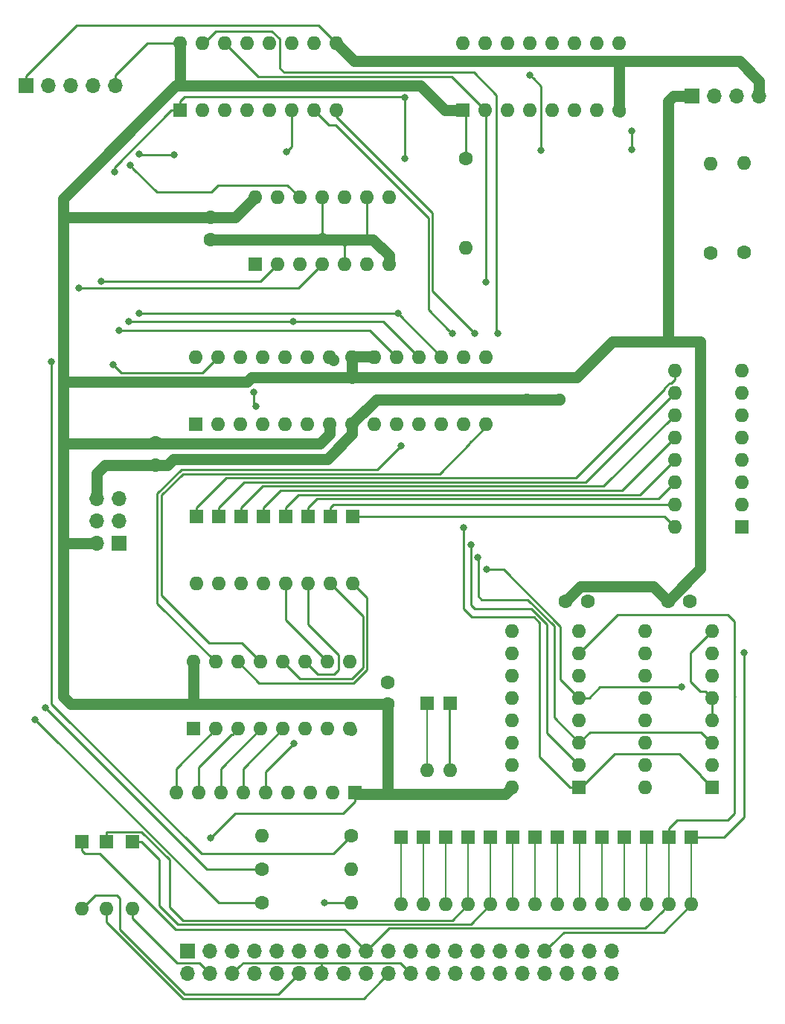
<source format=gbr>
G04 #@! TF.GenerationSoftware,KiCad,Pcbnew,(5.1.5-0-10_14)*
G04 #@! TF.CreationDate,2020-01-03T10:30:25-06:00*
G04 #@! TF.ProjectId,interface-ascii,696e7465-7266-4616-9365-2d6173636969,2.3*
G04 #@! TF.SameCoordinates,Original*
G04 #@! TF.FileFunction,Copper,L1,Top*
G04 #@! TF.FilePolarity,Positive*
%FSLAX46Y46*%
G04 Gerber Fmt 4.6, Leading zero omitted, Abs format (unit mm)*
G04 Created by KiCad (PCBNEW (5.1.5-0-10_14)) date 2020-01-03 10:30:25*
%MOMM*%
%LPD*%
G04 APERTURE LIST*
%ADD10C,0.050800*%
%ADD11O,1.600000X1.600000*%
%ADD12C,1.600000*%
%ADD13R,1.600000X1.600000*%
%ADD14O,1.700000X1.700000*%
%ADD15R,1.700000X1.700000*%
%ADD16C,1.270000*%
%ADD17C,0.812800*%
%ADD18C,1.270000*%
%ADD19C,0.254000*%
G04 APERTURE END LIST*
D10*
G36*
X222123000Y-167311400D02*
G01*
X222123000Y-160453400D01*
X222250000Y-160453400D01*
X222250000Y-167311400D01*
X222123000Y-167311400D01*
G37*
X222123000Y-167311400D02*
X222123000Y-160453400D01*
X222250000Y-160453400D01*
X222250000Y-167311400D01*
X222123000Y-167311400D01*
G36*
X227203000Y-167311400D02*
G01*
X227203000Y-160453400D01*
X227330000Y-160453400D01*
X227330000Y-167311400D01*
X227203000Y-167311400D01*
G37*
X227203000Y-167311400D02*
X227203000Y-160453400D01*
X227330000Y-160453400D01*
X227330000Y-167311400D01*
X227203000Y-167311400D01*
G36*
X232283000Y-167311400D02*
G01*
X232283000Y-160453400D01*
X232410000Y-160453400D01*
X232410000Y-167311400D01*
X232283000Y-167311400D01*
G37*
X232283000Y-167311400D02*
X232283000Y-160453400D01*
X232410000Y-160453400D01*
X232410000Y-167311400D01*
X232283000Y-167311400D01*
G36*
X237363000Y-167311400D02*
G01*
X237363000Y-160453400D01*
X237490000Y-160453400D01*
X237490000Y-167311400D01*
X237363000Y-167311400D01*
G37*
X237363000Y-167311400D02*
X237363000Y-160453400D01*
X237490000Y-160453400D01*
X237490000Y-167311400D01*
X237363000Y-167311400D01*
G36*
X242443000Y-167311400D02*
G01*
X242443000Y-160453400D01*
X242570000Y-160453400D01*
X242570000Y-167311400D01*
X242443000Y-167311400D01*
G37*
X242443000Y-167311400D02*
X242443000Y-160453400D01*
X242570000Y-160453400D01*
X242570000Y-167311400D01*
X242443000Y-167311400D01*
G36*
X224663000Y-167311400D02*
G01*
X224663000Y-160453400D01*
X224790000Y-160453400D01*
X224790000Y-167311400D01*
X224663000Y-167311400D01*
G37*
X224663000Y-167311400D02*
X224663000Y-160453400D01*
X224790000Y-160453400D01*
X224790000Y-167311400D01*
X224663000Y-167311400D01*
G36*
X229743000Y-167311400D02*
G01*
X229743000Y-160453400D01*
X229870000Y-160453400D01*
X229870000Y-167311400D01*
X229743000Y-167311400D01*
G37*
X229743000Y-167311400D02*
X229743000Y-160453400D01*
X229870000Y-160453400D01*
X229870000Y-167311400D01*
X229743000Y-167311400D01*
G36*
X234823000Y-167311400D02*
G01*
X234823000Y-160453400D01*
X234950000Y-160453400D01*
X234950000Y-167311400D01*
X234823000Y-167311400D01*
G37*
X234823000Y-167311400D02*
X234823000Y-160453400D01*
X234950000Y-160453400D01*
X234950000Y-167311400D01*
X234823000Y-167311400D01*
G36*
X212371800Y-152046000D02*
G01*
X212371800Y-145188000D01*
X212498800Y-145188000D01*
X212498800Y-152046000D01*
X212371800Y-152046000D01*
G37*
X212371800Y-152046000D02*
X212371800Y-145188000D01*
X212498800Y-145188000D01*
X212498800Y-152046000D01*
X212371800Y-152046000D01*
G36*
X209423000Y-167311400D02*
G01*
X209423000Y-160453400D01*
X209550000Y-160453400D01*
X209550000Y-167311400D01*
X209423000Y-167311400D01*
G37*
X209423000Y-167311400D02*
X209423000Y-160453400D01*
X209550000Y-160453400D01*
X209550000Y-167311400D01*
X209423000Y-167311400D01*
G36*
X214503000Y-167311400D02*
G01*
X214503000Y-160453400D01*
X214630000Y-160453400D01*
X214630000Y-167311400D01*
X214503000Y-167311400D01*
G37*
X214503000Y-167311400D02*
X214503000Y-160453400D01*
X214630000Y-160453400D01*
X214630000Y-167311400D01*
X214503000Y-167311400D01*
G36*
X219583000Y-167311400D02*
G01*
X219583000Y-160453400D01*
X219710000Y-160453400D01*
X219710000Y-167311400D01*
X219583000Y-167311400D01*
G37*
X219583000Y-167311400D02*
X219583000Y-160453400D01*
X219710000Y-160453400D01*
X219710000Y-167311400D01*
X219583000Y-167311400D01*
G36*
X239903000Y-167311400D02*
G01*
X239903000Y-160453400D01*
X240030000Y-160453400D01*
X240030000Y-167311400D01*
X239903000Y-167311400D01*
G37*
X239903000Y-167311400D02*
X239903000Y-160453400D01*
X240030000Y-160453400D01*
X240030000Y-167311400D01*
X239903000Y-167311400D01*
G36*
X214937200Y-152020600D02*
G01*
X214937200Y-145162600D01*
X215064200Y-145162600D01*
X215064200Y-152020600D01*
X214937200Y-152020600D01*
G37*
X214937200Y-152020600D02*
X214937200Y-145162600D01*
X215064200Y-145162600D01*
X215064200Y-152020600D01*
X214937200Y-152020600D01*
G36*
X211963000Y-167311400D02*
G01*
X211963000Y-160453400D01*
X212090000Y-160453400D01*
X212090000Y-167311400D01*
X211963000Y-167311400D01*
G37*
X211963000Y-167311400D02*
X211963000Y-160453400D01*
X212090000Y-160453400D01*
X212090000Y-167311400D01*
X211963000Y-167311400D01*
G36*
X217043000Y-167311400D02*
G01*
X217043000Y-160453400D01*
X217170000Y-160453400D01*
X217170000Y-167311400D01*
X217043000Y-167311400D01*
G37*
X217043000Y-167311400D02*
X217043000Y-160453400D01*
X217170000Y-160453400D01*
X217170000Y-167311400D01*
X217043000Y-167311400D01*
D11*
X216893000Y-92991000D03*
D12*
X216893000Y-82831000D03*
D11*
X185905000Y-140108000D03*
X203685000Y-147728000D03*
X188445000Y-140108000D03*
X201145000Y-147728000D03*
X190985000Y-140108000D03*
X198605000Y-147728000D03*
X193525000Y-140108000D03*
X196065000Y-147728000D03*
X196065000Y-140108000D03*
X193525000Y-147728000D03*
X198605000Y-140108000D03*
X190985000Y-147728000D03*
X201145000Y-140108000D03*
X188445000Y-147728000D03*
X203685000Y-140108000D03*
D13*
X185905000Y-147728000D03*
D11*
X192890000Y-87276000D03*
X208130000Y-94896000D03*
X195430000Y-87276000D03*
X205590000Y-94896000D03*
X197970000Y-87276000D03*
X203050000Y-94896000D03*
X200510000Y-87276000D03*
X200510000Y-94896000D03*
X203050000Y-87276000D03*
X197970000Y-94896000D03*
X205590000Y-87276000D03*
X195430000Y-94896000D03*
X208130000Y-87276000D03*
D13*
X192890000Y-94896000D03*
D11*
X203812000Y-167540000D03*
D12*
X193652000Y-167540000D03*
D14*
X177015000Y-74576000D03*
X174475000Y-74576000D03*
X171935000Y-74576000D03*
X169395000Y-74576000D03*
D15*
X166855000Y-74576000D03*
D11*
X244706000Y-83466000D03*
D12*
X244706000Y-93626000D03*
X187810000Y-92062000D03*
X187810000Y-89562000D03*
D11*
X193652000Y-159920000D03*
D12*
X203812000Y-159920000D03*
D13*
X222250000Y-160072400D03*
D11*
X222250000Y-167692400D03*
D13*
X227330000Y-160072400D03*
D11*
X227330000Y-167692400D03*
D13*
X232410000Y-160072400D03*
D11*
X232410000Y-167692400D03*
D13*
X237490000Y-160072400D03*
D11*
X237490000Y-167692400D03*
D13*
X242570000Y-160072400D03*
D11*
X242570000Y-167692400D03*
D13*
X224790000Y-160072400D03*
D11*
X224790000Y-167692400D03*
D13*
X229870000Y-160072400D03*
D11*
X229870000Y-167692400D03*
D13*
X234950000Y-160072400D03*
D11*
X234950000Y-167692400D03*
D13*
X212498800Y-144807000D03*
D11*
X212498800Y-152427000D03*
D13*
X209550000Y-160072400D03*
D11*
X209550000Y-167692400D03*
D13*
X214630000Y-160072400D03*
D11*
X214630000Y-167692400D03*
D13*
X219710000Y-160072400D03*
D11*
X219710000Y-167692400D03*
D13*
X240030000Y-160072400D03*
D11*
X240030000Y-167692400D03*
D13*
X215064200Y-144781600D03*
D11*
X215064200Y-152401600D03*
D13*
X212090000Y-160072400D03*
D11*
X212090000Y-167692400D03*
D13*
X217170000Y-160072400D03*
D11*
X217170000Y-167692400D03*
X203812000Y-163730000D03*
D12*
X193652000Y-163730000D03*
D11*
X175999000Y-168175000D03*
D13*
X175999000Y-160555000D03*
D14*
X233479200Y-175566400D03*
X233479200Y-173026400D03*
X230939200Y-175566400D03*
X230939200Y-173026400D03*
X228399200Y-175566400D03*
X228399200Y-173026400D03*
X225859200Y-175566400D03*
X225859200Y-173026400D03*
X223319200Y-175566400D03*
X223319200Y-173026400D03*
X220779200Y-175566400D03*
X220779200Y-173026400D03*
X218239200Y-175566400D03*
X218239200Y-173026400D03*
X215699200Y-175566400D03*
X215699200Y-173026400D03*
X213159200Y-175566400D03*
X213159200Y-173026400D03*
X210619200Y-175566400D03*
X210619200Y-173026400D03*
X208079200Y-175566400D03*
X208079200Y-173026400D03*
X205539200Y-175566400D03*
X205539200Y-173026400D03*
X202999200Y-175566400D03*
X202999200Y-173026400D03*
X200459200Y-175566400D03*
X200459200Y-173026400D03*
X197919200Y-175566400D03*
X197919200Y-173026400D03*
X195379200Y-175566400D03*
X195379200Y-173026400D03*
X192839200Y-175566400D03*
X192839200Y-173026400D03*
X190299200Y-175566400D03*
X190299200Y-173026400D03*
X187759200Y-175566400D03*
X187759200Y-173026400D03*
X185219200Y-175566400D03*
D15*
X185219200Y-173026400D03*
D14*
X250248280Y-75703760D03*
X247708280Y-75703760D03*
X245168280Y-75703760D03*
D15*
X242628280Y-75703760D03*
D13*
X248262000Y-124741000D03*
D11*
X240642000Y-106961000D03*
X248262000Y-122201000D03*
X240642000Y-109501000D03*
X248262000Y-119661000D03*
X240642000Y-112041000D03*
X248262000Y-117121000D03*
X240642000Y-114581000D03*
X248262000Y-114581000D03*
X240642000Y-117121000D03*
X248262000Y-112041000D03*
X240642000Y-119661000D03*
X248262000Y-109501000D03*
X240642000Y-122201000D03*
X248262000Y-106961000D03*
X240642000Y-124741000D03*
X186235200Y-131218000D03*
D13*
X186235200Y-123598000D03*
D11*
X191315200Y-131218000D03*
D13*
X191315200Y-123598000D03*
D11*
X196395200Y-131218000D03*
D13*
X196395200Y-123598000D03*
D11*
X201475200Y-131218000D03*
D13*
X201475200Y-123598000D03*
D11*
X188775200Y-131218000D03*
D13*
X188775200Y-123598000D03*
D11*
X193855200Y-131218000D03*
D13*
X193855200Y-123598000D03*
D11*
X198935200Y-131218000D03*
D13*
X198935200Y-123598000D03*
D11*
X204015200Y-131218000D03*
D13*
X204015200Y-123598000D03*
D14*
X174856000Y-121566000D03*
X177396000Y-121566000D03*
X174856000Y-124106000D03*
X177396000Y-124106000D03*
X174856000Y-126646000D03*
D15*
X177396000Y-126646000D03*
D12*
X230746800Y-133199200D03*
X228246800Y-133199200D03*
X242380000Y-133199200D03*
X239880000Y-133199200D03*
X181587000Y-117716000D03*
X181587000Y-115216000D03*
X208003000Y-142434000D03*
X208003000Y-144934000D03*
D11*
X237289200Y-154382800D03*
X244909200Y-136602800D03*
X237289200Y-151842800D03*
X244909200Y-139142800D03*
X237289200Y-149302800D03*
X244909200Y-141682800D03*
X237289200Y-146762800D03*
X244909200Y-144222800D03*
X237289200Y-144222800D03*
X244909200Y-146762800D03*
X237289200Y-141682800D03*
X244909200Y-149302800D03*
X237289200Y-139142800D03*
X244909200Y-151842800D03*
X237289200Y-136602800D03*
D13*
X244909200Y-154382800D03*
D11*
X222150800Y-154382800D03*
X229770800Y-136602800D03*
X222150800Y-151842800D03*
X229770800Y-139142800D03*
X222150800Y-149302800D03*
X229770800Y-141682800D03*
X222150800Y-146762800D03*
X229770800Y-144222800D03*
X222150800Y-144222800D03*
X229770800Y-146762800D03*
X222150800Y-141682800D03*
X229770800Y-149302800D03*
X222150800Y-139142800D03*
X229770800Y-151842800D03*
X222150800Y-136602800D03*
D13*
X229770800Y-154382800D03*
D11*
X248516000Y-83339000D03*
D12*
X248516000Y-93499000D03*
D11*
X186159000Y-105437000D03*
X219179000Y-113057000D03*
X188699000Y-105437000D03*
X216639000Y-113057000D03*
X191239000Y-105437000D03*
X214099000Y-113057000D03*
X193779000Y-105437000D03*
X211559000Y-113057000D03*
X196319000Y-105437000D03*
X209019000Y-113057000D03*
X198859000Y-105437000D03*
X206479000Y-113057000D03*
X201399000Y-105437000D03*
X203939000Y-113057000D03*
X203939000Y-105437000D03*
X201399000Y-113057000D03*
X206479000Y-105437000D03*
X198859000Y-113057000D03*
X209019000Y-105437000D03*
X196319000Y-113057000D03*
X211559000Y-105437000D03*
X193779000Y-113057000D03*
X214099000Y-105437000D03*
X191239000Y-113057000D03*
X216639000Y-105437000D03*
X188699000Y-113057000D03*
X219179000Y-105437000D03*
D13*
X186159000Y-113057000D03*
X216561832Y-77370000D03*
D11*
X234341832Y-69750000D03*
X219101832Y-77370000D03*
X231801832Y-69750000D03*
X221641832Y-77370000D03*
X229261832Y-69750000D03*
X224181832Y-77370000D03*
X226721832Y-69750000D03*
X226721832Y-77370000D03*
X224181832Y-69750000D03*
X229261832Y-77370000D03*
X221641832Y-69750000D03*
X231801832Y-77370000D03*
X219101832Y-69750000D03*
X234341832Y-77370000D03*
X216561832Y-69750000D03*
X173205000Y-168175000D03*
D13*
X173205000Y-160555000D03*
D11*
X178920000Y-168175000D03*
D13*
X178920000Y-160555000D03*
X204243800Y-154967000D03*
D11*
X201703800Y-154967000D03*
X199163800Y-154967000D03*
X196623800Y-154967000D03*
X194083800Y-154967000D03*
X191543800Y-154967000D03*
X189003800Y-154967000D03*
X186463800Y-154967000D03*
X183923800Y-154967000D03*
D13*
X184390166Y-77370000D03*
D11*
X202170166Y-69750000D03*
X186930166Y-77370000D03*
X199630166Y-69750000D03*
X189470166Y-77370000D03*
X197090166Y-69750000D03*
X192010166Y-77370000D03*
X194550166Y-69750000D03*
X194550166Y-77370000D03*
X192010166Y-69750000D03*
X197090166Y-77370000D03*
X189470166Y-69750000D03*
X199630166Y-77370000D03*
X186930166Y-69750000D03*
X202170166Y-77370000D03*
X184390166Y-69750000D03*
D16*
X223791000Y-110223000D03*
X227561000Y-110223000D03*
X225656000Y-110263000D03*
D17*
X187810000Y-160174000D03*
X220514831Y-102708831D03*
X224157400Y-73331400D03*
X225402000Y-81942000D03*
X196446000Y-82097590D03*
X215369000Y-102770000D03*
X217909000Y-102770000D03*
X197334998Y-149379000D03*
X235765200Y-79703620D03*
X235765204Y-81789600D03*
X218259520Y-128210640D03*
X217451800Y-126773000D03*
X216598360Y-124796880D03*
X219179000Y-96928000D03*
X192991600Y-111050400D03*
X192773610Y-109388811D03*
X219239960Y-129617800D03*
X241429400Y-142978200D03*
X209537160Y-115530960D03*
X248541400Y-139041200D03*
X200764000Y-167540000D03*
X176761000Y-106326000D03*
X169747410Y-105970400D03*
X167871000Y-146675330D03*
X172824000Y-97562998D03*
X169014000Y-145315000D03*
X175364000Y-96801000D03*
X183695200Y-82399200D03*
X179682000Y-82323000D03*
X178666000Y-83593000D03*
X209908000Y-75871400D03*
X209908000Y-82831000D03*
X176888000Y-84355000D03*
X179682000Y-100484000D03*
X209146000Y-100484000D03*
X177396000Y-102363600D03*
X178564400Y-101398400D03*
X197208000Y-101373000D03*
D18*
X201780000Y-105691000D02*
X201780000Y-105818000D01*
X203812000Y-147855000D02*
X203685000Y-147728000D01*
X234419000Y-77447168D02*
X234341832Y-77370000D01*
X234419000Y-77497000D02*
X234419000Y-77447168D01*
D19*
X244909200Y-145631430D02*
X244909200Y-144222800D01*
X244909200Y-146762800D02*
X244909200Y-145631430D01*
D18*
X174856000Y-118670400D02*
X174856000Y-121566000D01*
X203939000Y-114188370D02*
X201095171Y-117032199D01*
X203939000Y-113057000D02*
X203939000Y-114188370D01*
D19*
X243525012Y-143422801D02*
X242470800Y-142368589D01*
X242470800Y-139041200D02*
X244109201Y-137402799D01*
X242470800Y-142368589D02*
X242470800Y-139041200D01*
X244109201Y-143422801D02*
X243525012Y-143422801D01*
X244909200Y-144222800D02*
X244109201Y-143422801D01*
X244109201Y-137402799D02*
X244909200Y-136602800D01*
X166855000Y-73472000D02*
X166855000Y-74576000D01*
X172609000Y-67718000D02*
X166855000Y-73472000D01*
X200138166Y-67718000D02*
X172609000Y-67718000D01*
X202170166Y-69750000D02*
X200138166Y-67718000D01*
D18*
X182897000Y-117716000D02*
X181587000Y-117716000D01*
X183580801Y-117032199D02*
X182897000Y-117716000D01*
X201095171Y-117032199D02*
X183580801Y-117032199D01*
X175810400Y-117716000D02*
X174856000Y-118670400D01*
X181587000Y-117716000D02*
X175810400Y-117716000D01*
X234341832Y-71958828D02*
X234165002Y-71781998D01*
X234341832Y-77370000D02*
X234341832Y-71958828D01*
X250248280Y-74022280D02*
X250248280Y-75703760D01*
X248007998Y-71781998D02*
X250248280Y-74022280D01*
X204202164Y-71781998D02*
X248007998Y-71781998D01*
X202170166Y-69750000D02*
X204202164Y-71781998D01*
X227521000Y-110263000D02*
X227561000Y-110223000D01*
X206693000Y-110263000D02*
X225656000Y-110263000D01*
X203939000Y-113017000D02*
X206693000Y-110263000D01*
X225656000Y-110263000D02*
X227521000Y-110263000D01*
X208130000Y-93880000D02*
X208130000Y-94896000D01*
X206312000Y-92062000D02*
X208130000Y-93880000D01*
X202963000Y-92062000D02*
X203050000Y-92149000D01*
D19*
X203050000Y-92149000D02*
X203050000Y-94896000D01*
D18*
X202963000Y-92062000D02*
X206312000Y-92062000D01*
X200677000Y-92062000D02*
X200510000Y-91895000D01*
D19*
X200510000Y-91895000D02*
X200510000Y-87276000D01*
D18*
X187810000Y-92062000D02*
X200677000Y-92062000D01*
X200677000Y-92062000D02*
X202963000Y-92062000D01*
D19*
X205590000Y-91975000D02*
X205590000Y-87276000D01*
X205677000Y-92062000D02*
X205590000Y-91975000D01*
D18*
X242531760Y-75703760D02*
X242628280Y-75703760D01*
X192014216Y-108231011D02*
X174983011Y-108231011D01*
X192522227Y-107723000D02*
X192014216Y-108231011D01*
X223751000Y-107723000D02*
X192522227Y-107723000D01*
X206479000Y-105397000D02*
X203939000Y-105397000D01*
X211697832Y-74576000D02*
X184508000Y-74576000D01*
X184508000Y-74576000D02*
X184390166Y-74458166D01*
X184390166Y-74458166D02*
X184390166Y-69750000D01*
X203939000Y-105397000D02*
X203939000Y-107850000D01*
X216561832Y-77370000D02*
X214491832Y-77370000D01*
X214491832Y-77370000D02*
X211697832Y-74576000D01*
X171046000Y-108256400D02*
X174957622Y-108256400D01*
X174957622Y-108256400D02*
X174983011Y-108231011D01*
X171046000Y-115317600D02*
X171046000Y-108256400D01*
X200267870Y-115279500D02*
X201399000Y-114148370D01*
X201399000Y-114148370D02*
X201399000Y-113017000D01*
X171084100Y-115279500D02*
X200267870Y-115279500D01*
X171046000Y-127052400D02*
X171452400Y-126646000D01*
X171452400Y-126646000D02*
X174856000Y-126646000D01*
X171046000Y-127052400D02*
X171046000Y-115317600D01*
X171046000Y-144070400D02*
X171046000Y-127052400D01*
X204459599Y-155182799D02*
X204243800Y-154967000D01*
X222150800Y-154382800D02*
X221350801Y-155182799D01*
X209679400Y-155169998D02*
X209692201Y-155182799D01*
X229935801Y-131510199D02*
X238190999Y-131510199D01*
X239080001Y-132399201D02*
X239880000Y-133199200D01*
X238190999Y-131510199D02*
X239080001Y-132399201D01*
X228246800Y-133199200D02*
X229935801Y-131510199D01*
D19*
X191149199Y-174716401D02*
X190299200Y-175566400D01*
X191530201Y-174335399D02*
X191149199Y-174716401D01*
X210619200Y-175566400D02*
X209388199Y-174335399D01*
X204243800Y-156021000D02*
X204243800Y-154967000D01*
X202884800Y-157380000D02*
X204243800Y-156021000D01*
X190604000Y-157380000D02*
X202884800Y-157380000D01*
X187810000Y-160174000D02*
X190604000Y-157380000D01*
X183258796Y-69750000D02*
X184390166Y-69750000D01*
X180638919Y-69750000D02*
X183258796Y-69750000D01*
X177015000Y-73373919D02*
X180638919Y-69750000D01*
X177015000Y-74576000D02*
X177015000Y-73373919D01*
D18*
X183873000Y-74576000D02*
X184508000Y-74576000D01*
X171046000Y-87403000D02*
X183873000Y-74576000D01*
X243563000Y-129516200D02*
X243563000Y-103659000D01*
X239880000Y-133199200D02*
X243563000Y-129516200D01*
X229466000Y-107723000D02*
X223751000Y-107723000D01*
X233530000Y-103659000D02*
X229466000Y-107723000D01*
X240508280Y-75703760D02*
X239880000Y-76332040D01*
X242628280Y-75703760D02*
X240508280Y-75703760D01*
X239880000Y-103278000D02*
X239499000Y-103659000D01*
X239880000Y-76332040D02*
X239880000Y-103278000D01*
X239499000Y-103659000D02*
X233530000Y-103659000D01*
X243563000Y-103659000D02*
X239499000Y-103659000D01*
X208003000Y-154586000D02*
X208003000Y-144934000D01*
X221350801Y-155182799D02*
X208599799Y-155182799D01*
X208599799Y-155182799D02*
X204459599Y-155182799D01*
X206606000Y-144934000D02*
X208003000Y-144934000D01*
X171909600Y-144934000D02*
X206606000Y-144934000D01*
X171147600Y-144172000D02*
X171909600Y-144934000D01*
X185905000Y-144934000D02*
X185905000Y-140108000D01*
X187810000Y-89562000D02*
X171046000Y-89562000D01*
X171046000Y-89562000D02*
X171046000Y-87403000D01*
X171046000Y-108256400D02*
X171046000Y-89562000D01*
X190604000Y-89562000D02*
X192890000Y-87276000D01*
X187810000Y-89562000D02*
X190604000Y-89562000D01*
D19*
X200445601Y-174335399D02*
X200459200Y-174348998D01*
X200459200Y-174348998D02*
X200459200Y-175566400D01*
X209388199Y-174335399D02*
X200445601Y-174335399D01*
X200445601Y-174335399D02*
X191530201Y-174335399D01*
X216893000Y-77701168D02*
X216561832Y-77370000D01*
X216893000Y-82831000D02*
X216893000Y-77701168D01*
X182006000Y-162587000D02*
X179974000Y-160555000D01*
X182006000Y-167832000D02*
X182006000Y-162587000D01*
X184127000Y-169953000D02*
X182006000Y-167832000D01*
X179974000Y-160555000D02*
X178920000Y-160555000D01*
X217449400Y-169953000D02*
X184127000Y-169953000D01*
X219710000Y-167692400D02*
X217449400Y-169953000D01*
X175999000Y-159501000D02*
X175999000Y-160555000D01*
X179981601Y-159427999D02*
X176072001Y-159427999D01*
X183164990Y-162611388D02*
X179981601Y-159427999D01*
X183164990Y-167974990D02*
X183164990Y-162611388D01*
X184688990Y-169498990D02*
X183164990Y-167974990D01*
X215363410Y-169498990D02*
X184688990Y-169498990D01*
X176072001Y-159427999D02*
X175999000Y-159501000D01*
X217170000Y-167692400D02*
X215363410Y-169498990D01*
X239230001Y-168492399D02*
X240030000Y-167692400D01*
X237315389Y-170407011D02*
X239230001Y-168492399D01*
X217637459Y-170407011D02*
X237315389Y-170407011D01*
X208158589Y-170407011D02*
X217637459Y-170407011D01*
X205539200Y-173026400D02*
X208158589Y-170407011D01*
X204689201Y-172176401D02*
X205539200Y-173026400D01*
X203100800Y-170588000D02*
X204689201Y-172176401D01*
X183873000Y-170588000D02*
X203100800Y-170588000D01*
X173548000Y-161952000D02*
X175237000Y-161952000D01*
X173205000Y-160555000D02*
X173205000Y-161609000D01*
X173205000Y-161609000D02*
X173548000Y-161952000D01*
X175237000Y-161952000D02*
X183873000Y-170588000D01*
X220372800Y-102566800D02*
X220514831Y-102708831D01*
X220372800Y-75642800D02*
X220372800Y-102566800D01*
X217782010Y-73052010D02*
X220372800Y-75642800D01*
X196192000Y-73052000D02*
X217782010Y-73052010D01*
X195710128Y-72570128D02*
X196192000Y-73052000D01*
X187048000Y-69750000D02*
X188445000Y-68353000D01*
X195710128Y-69242000D02*
X195710128Y-72570128D01*
X194821128Y-68353000D02*
X195710128Y-69242000D01*
X188445000Y-68353000D02*
X194821128Y-68353000D01*
X225452800Y-74626800D02*
X224563799Y-73737799D01*
X224563799Y-73737799D02*
X224157400Y-73331400D01*
X225452800Y-81891200D02*
X225452800Y-74626800D01*
X225402000Y-81942000D02*
X225452800Y-81891200D01*
X197090166Y-81453424D02*
X196446000Y-82097590D01*
X197090166Y-77370000D02*
X197090166Y-81453424D01*
X214962601Y-102363601D02*
X215369000Y-102770000D01*
X212628989Y-100029989D02*
X214962601Y-102363601D01*
X212628989Y-89615989D02*
X212628989Y-100029989D01*
X202034000Y-79021000D02*
X212628989Y-89615989D01*
X201281166Y-79021000D02*
X202034000Y-79021000D01*
X199630166Y-77370000D02*
X201281166Y-79021000D01*
X213083000Y-89054000D02*
X213083000Y-97944000D01*
X202170166Y-78141166D02*
X213083000Y-89054000D01*
X202170166Y-77370000D02*
X202170166Y-78141166D01*
X213083000Y-97944000D02*
X217909000Y-102770000D01*
X190985000Y-140108000D02*
X193369421Y-142492421D01*
X204815199Y-132017999D02*
X204015200Y-131218000D01*
X204106172Y-142492421D02*
X205615411Y-140983182D01*
X205615411Y-140983182D02*
X205615411Y-132818211D01*
X193369421Y-142492421D02*
X204106172Y-142492421D01*
X205615411Y-132818211D02*
X204815199Y-132017999D01*
X197992210Y-142035210D02*
X203916790Y-142035210D01*
X196065000Y-140108000D02*
X197992210Y-142035210D01*
X203916790Y-142035210D02*
X205158200Y-140793800D01*
X205158200Y-134901000D02*
X201475200Y-131218000D01*
X205158200Y-140793800D02*
X205158200Y-134901000D01*
X200052800Y-141555800D02*
X201907000Y-141555800D01*
X202415000Y-139346000D02*
X198935200Y-135866200D01*
X201907000Y-141555800D02*
X202415000Y-141047800D01*
X198935200Y-135866200D02*
X198935200Y-131218000D01*
X202415000Y-141047800D02*
X202415000Y-139346000D01*
X198605000Y-140108000D02*
X200052800Y-141555800D01*
X196395200Y-135358200D02*
X196395200Y-131218000D01*
X201145000Y-140108000D02*
X196395200Y-135358200D01*
X194083800Y-154967000D02*
X194083800Y-152630198D01*
X194083800Y-152630198D02*
X196928599Y-149785399D01*
X196928599Y-149785399D02*
X197334998Y-149379000D01*
X196065000Y-147728000D02*
X191543800Y-152249200D01*
X191543800Y-152249200D02*
X191543800Y-154967000D01*
X193525000Y-147728000D02*
X189003800Y-152249200D01*
X189003800Y-152249200D02*
X189003800Y-154967000D01*
X190350000Y-148363000D02*
X190985000Y-147728000D01*
X190197600Y-148363000D02*
X186463800Y-152096800D01*
X190350000Y-148363000D02*
X190197600Y-148363000D01*
X186463800Y-152096800D02*
X186463800Y-154967000D01*
X187810000Y-148363000D02*
X188445000Y-147728000D01*
X188445000Y-147728000D02*
X183923800Y-152249200D01*
X183923800Y-152249200D02*
X183923800Y-154967000D01*
X235765200Y-79703620D02*
X235765200Y-81789596D01*
X235765200Y-81789596D02*
X235765204Y-81789600D01*
X218290000Y-129719492D02*
X218290000Y-128241120D01*
X218284920Y-129724572D02*
X218290000Y-129719492D01*
X218284920Y-132615000D02*
X218284920Y-129724572D01*
X218290000Y-128241120D02*
X218259520Y-128210640D01*
X226926000Y-136025666D02*
X223909080Y-133008746D01*
X223909080Y-133008746D02*
X218678666Y-133008746D01*
X218678666Y-133008746D02*
X218284920Y-132615000D01*
X226926000Y-146458000D02*
X226926000Y-136025666D01*
X229770800Y-149302800D02*
X226926000Y-146458000D01*
X243639200Y-148083600D02*
X244858400Y-149302800D01*
X230990000Y-148083600D02*
X243639200Y-148083600D01*
X229770800Y-149302800D02*
X230990000Y-148083600D01*
X217914080Y-134062800D02*
X217451800Y-133600520D01*
X226113200Y-135854932D02*
X224321068Y-134062800D01*
X224321068Y-134062800D02*
X217914080Y-134062800D01*
X226113200Y-148185200D02*
X226113200Y-135854932D01*
X217451800Y-133600520D02*
X217451800Y-126773000D01*
X229770800Y-151842800D02*
X226113200Y-148185200D01*
X225249600Y-150915600D02*
X225249600Y-135637600D01*
X228716800Y-154382800D02*
X225249600Y-150915600D01*
X217594040Y-135028000D02*
X216598360Y-134032320D01*
X229770800Y-154382800D02*
X228716800Y-154382800D01*
X216598360Y-125371616D02*
X216598360Y-124796880D01*
X216598360Y-134032320D02*
X216598360Y-125371616D01*
X225249600Y-135637600D02*
X224640000Y-135028000D01*
X224640000Y-135028000D02*
X217594040Y-135028000D01*
X243588400Y-153062000D02*
X244909200Y-154382800D01*
X233784000Y-150572800D02*
X241150000Y-150572800D01*
X243639200Y-153062000D02*
X243588400Y-153062000D01*
X229974000Y-154382800D02*
X233784000Y-150572800D01*
X241150000Y-150572800D02*
X243639200Y-153062000D01*
X229770800Y-154382800D02*
X229974000Y-154382800D01*
X206479000Y-113057000D02*
X206606000Y-113057000D01*
X215237850Y-73506018D02*
X218301833Y-76570001D01*
X218301833Y-76570001D02*
X219101832Y-77370000D01*
X193226184Y-73506018D02*
X215237850Y-73506018D01*
X189470166Y-69750000D02*
X193226184Y-73506018D01*
X219179000Y-77447168D02*
X219101832Y-77370000D01*
X219179000Y-96928000D02*
X219179000Y-77447168D01*
X191376160Y-137959160D02*
X193525000Y-140108000D01*
X182252480Y-132533720D02*
X187677920Y-137959160D01*
X182252480Y-121141266D02*
X182252480Y-132533720D01*
X187677920Y-137959160D02*
X191376160Y-137959160D01*
X213895800Y-118700880D02*
X184692866Y-118700880D01*
X219179000Y-113417680D02*
X217319720Y-115200760D01*
X219179000Y-113057000D02*
X219179000Y-113417680D01*
X217319720Y-115200760D02*
X217319720Y-115276960D01*
X217319720Y-115276960D02*
X213895800Y-118700880D01*
X184692866Y-118700880D02*
X182252480Y-121141266D01*
X192773610Y-110832410D02*
X192991600Y-111050400D01*
X192773610Y-109388811D02*
X192773610Y-110832410D01*
X229770800Y-144222800D02*
X227637200Y-142089200D01*
X227637200Y-136094800D02*
X221160200Y-129617800D01*
X221160200Y-129617800D02*
X219814696Y-129617800D01*
X219814696Y-129617800D02*
X219239960Y-129617800D01*
X227637200Y-142089200D02*
X227637200Y-136094800D01*
X232146770Y-142978200D02*
X240946800Y-142978200D01*
X229770800Y-144222800D02*
X230902170Y-144222800D01*
X230902170Y-144222800D02*
X232146770Y-142978200D01*
X240946800Y-142978200D02*
X241429400Y-142978200D01*
X181777511Y-133440511D02*
X181777511Y-120974167D01*
X181777511Y-120974167D02*
X184504809Y-118246869D01*
X209130761Y-115937359D02*
X209537160Y-115530960D01*
X188445000Y-140108000D02*
X181777511Y-133440511D01*
X184504809Y-118246869D02*
X206821251Y-118246869D01*
X206821251Y-118246869D02*
X209130761Y-115937359D01*
X242570000Y-167692400D02*
X239401378Y-170861022D01*
X226709199Y-172176401D02*
X225859200Y-173026400D01*
X239401378Y-170861022D02*
X228024578Y-170861022D01*
X228024578Y-170861022D02*
X226709199Y-172176401D01*
X233114031Y-172661231D02*
X233479200Y-173026400D01*
X239488840Y-123587840D02*
X240642000Y-124741000D01*
X239478680Y-123598000D02*
X204015200Y-123598000D01*
X239488840Y-123587840D02*
X239478680Y-123598000D01*
X238767480Y-121535520D02*
X199943680Y-121535520D01*
X198935200Y-122544000D02*
X198935200Y-123598000D01*
X199943680Y-121535520D02*
X198935200Y-122544000D01*
X240642000Y-119661000D02*
X238767480Y-121535520D01*
X193855200Y-122544000D02*
X193855200Y-123598000D01*
X195823800Y-120575400D02*
X193855200Y-122544000D01*
X234647600Y-120575400D02*
X195823800Y-120575400D01*
X240642000Y-114581000D02*
X234647600Y-120575400D01*
X188775200Y-122544000D02*
X188775200Y-123598000D01*
X191665171Y-119654029D02*
X188775200Y-122544000D01*
X230488971Y-119654029D02*
X191665171Y-119654029D01*
X240642000Y-109501000D02*
X230488971Y-119654029D01*
X201475200Y-122544000D02*
X201475200Y-123598000D01*
X201818200Y-122201000D02*
X201475200Y-122544000D01*
X240642000Y-122201000D02*
X201818200Y-122201000D01*
X197857691Y-121081509D02*
X196395200Y-122544000D01*
X236681491Y-121081509D02*
X197857691Y-121081509D01*
X196395200Y-122544000D02*
X196395200Y-123598000D01*
X240642000Y-117121000D02*
X236681491Y-121081509D01*
X191315200Y-122544000D02*
X191315200Y-123598000D01*
X193751160Y-120108040D02*
X191315200Y-122544000D01*
X232574960Y-120108040D02*
X193751160Y-120108040D01*
X240642000Y-112041000D02*
X232574960Y-120108040D01*
X247474600Y-143994200D02*
X247500000Y-144019600D01*
X240030000Y-159018400D02*
X240030000Y-160072400D01*
X240931800Y-158116600D02*
X240030000Y-159018400D01*
X246687200Y-158116600D02*
X240931800Y-158116600D01*
X247474600Y-157329200D02*
X246687200Y-158116600D01*
X246712600Y-134748600D02*
X247474600Y-135510600D01*
X247474600Y-135510600D02*
X247474600Y-157329200D01*
X234165000Y-134748600D02*
X246712600Y-134748600D01*
X229770800Y-139142800D02*
X234165000Y-134748600D01*
X248541400Y-139041200D02*
X248541400Y-157786400D01*
X246255400Y-160072400D02*
X242570000Y-160072400D01*
X248541400Y-157786400D02*
X246255400Y-160072400D01*
X186578999Y-174386199D02*
X186909201Y-174716401D01*
X183999829Y-174386199D02*
X186578999Y-174386199D01*
X186909201Y-174716401D02*
X187759200Y-175566400D01*
X178920000Y-169306370D02*
X183999829Y-174386199D01*
X178920000Y-168175000D02*
X178920000Y-169306370D01*
X184889000Y-177954000D02*
X195531600Y-177954000D01*
X177523000Y-170588000D02*
X184889000Y-177954000D01*
X177523000Y-167032000D02*
X177523000Y-170588000D01*
X195531600Y-177954000D02*
X197069201Y-176416399D01*
X177142000Y-166651000D02*
X177523000Y-167032000D01*
X197069201Y-176416399D02*
X197919200Y-175566400D01*
X174729000Y-166651000D02*
X177142000Y-166651000D01*
X173205000Y-168175000D02*
X174729000Y-166651000D01*
X207229201Y-176416399D02*
X208079200Y-175566400D01*
X205237589Y-178408011D02*
X207229201Y-176416399D01*
X184700943Y-178408011D02*
X205237589Y-178408011D01*
X175999000Y-169706068D02*
X184700943Y-178408011D01*
X175999000Y-168175000D02*
X175999000Y-169706068D01*
X186235200Y-122544000D02*
X186235200Y-123598000D01*
X239514999Y-109104001D02*
X229440600Y-119178400D01*
X229440600Y-119178400D02*
X229440600Y-119188560D01*
X240101039Y-108373999D02*
X239514999Y-108960039D01*
X239514999Y-108960039D02*
X239514999Y-109104001D01*
X189590640Y-119188560D02*
X186235200Y-122544000D01*
X240642000Y-106961000D02*
X240642000Y-107977000D01*
X240245001Y-108373999D02*
X240101039Y-108373999D01*
X229440600Y-119188560D02*
X189590640Y-119188560D01*
X240642000Y-107977000D02*
X240245001Y-108373999D01*
X200764000Y-167540000D02*
X203812000Y-167540000D01*
X187899001Y-106236999D02*
X188699000Y-105437000D01*
X177650000Y-107215000D02*
X186921000Y-107215000D01*
X176761000Y-106326000D02*
X177650000Y-107215000D01*
X186921000Y-107215000D02*
X187899001Y-106236999D01*
X203812000Y-159920000D02*
X201780000Y-161952000D01*
X201780000Y-161952000D02*
X186794000Y-161952000D01*
X169747410Y-144905410D02*
X169747410Y-106545136D01*
X186794000Y-161952000D02*
X169747410Y-144905410D01*
X169747410Y-106545136D02*
X169747410Y-105970400D01*
X188735670Y-167540000D02*
X167871000Y-146675330D01*
X193652000Y-167540000D02*
X188735670Y-167540000D01*
X173398736Y-97562998D02*
X172824000Y-97562998D01*
X200510000Y-94896000D02*
X197843002Y-97562998D01*
X197843002Y-97562998D02*
X173398736Y-97562998D01*
X187429000Y-163730000D02*
X169014000Y-145315000D01*
X193652000Y-163730000D02*
X187429000Y-163730000D01*
X195430000Y-94896000D02*
X193525000Y-96801000D01*
X175938736Y-96801000D02*
X175364000Y-96801000D01*
X193525000Y-96801000D02*
X175938736Y-96801000D01*
X185738000Y-105397000D02*
X186159000Y-105397000D01*
X179758200Y-82399200D02*
X179682000Y-82323000D01*
X183695200Y-82399200D02*
X179758200Y-82399200D01*
X188713407Y-85864593D02*
X187937000Y-86641000D01*
X187937000Y-86641000D02*
X181714000Y-86641000D01*
X196558593Y-85864593D02*
X188713407Y-85864593D01*
X197970000Y-87276000D02*
X196558593Y-85864593D01*
X179072399Y-83999399D02*
X178666000Y-83593000D01*
X181714000Y-86641000D02*
X179072399Y-83999399D01*
X184860166Y-75846000D02*
X209908000Y-75846000D01*
X184390166Y-76316000D02*
X184860166Y-75846000D01*
X184390166Y-77370000D02*
X184390166Y-76316000D01*
X209908000Y-75846000D02*
X209908000Y-75871400D01*
X209908000Y-82831000D02*
X209908000Y-75871400D01*
X183336166Y-77370000D02*
X176888000Y-83818166D01*
X184390166Y-77370000D02*
X183336166Y-77370000D01*
X176888000Y-83818166D02*
X176888000Y-84355000D01*
X209146000Y-100484000D02*
X180256736Y-100484000D01*
X214099000Y-105437000D02*
X209146000Y-100484000D01*
X180256736Y-100484000D02*
X179682000Y-100484000D01*
X205945600Y-102363600D02*
X179631200Y-102363600D01*
X209019000Y-105437000D02*
X205945600Y-102363600D01*
X179631200Y-102363600D02*
X177396000Y-102363600D01*
X177396000Y-124106000D02*
X178031000Y-124106000D01*
X211559000Y-105437000D02*
X207520400Y-101398400D01*
X179139136Y-101398400D02*
X178564400Y-101398400D01*
X197233400Y-101398400D02*
X197208000Y-101373000D01*
X197208000Y-101373000D02*
X179139136Y-101398400D01*
X207520400Y-101398400D02*
X197233400Y-101398400D01*
M02*

</source>
